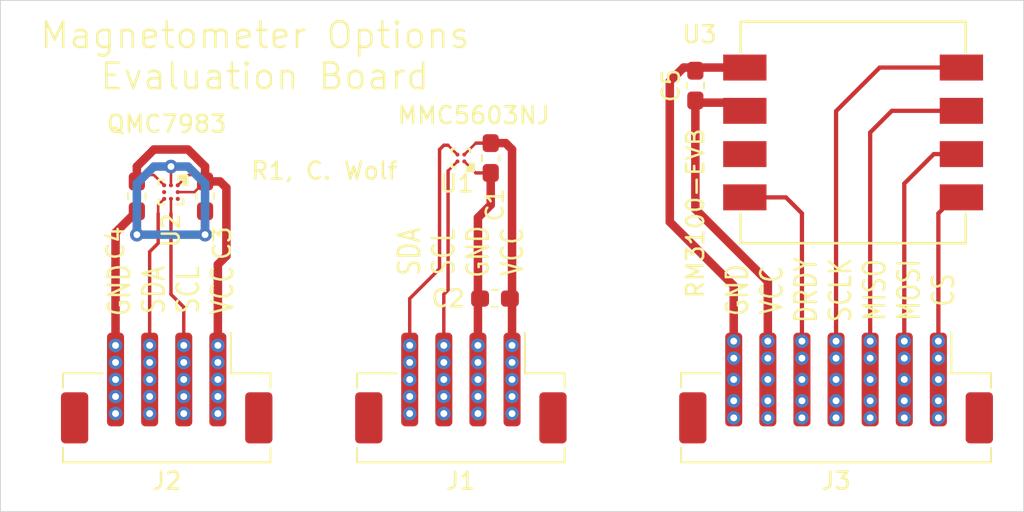
<source format=kicad_pcb>
(kicad_pcb (version 20171130) (host pcbnew "(5.1.6)-1")

  (general
    (thickness 1.6)
    (drawings 9)
    (tracks 242)
    (zones 0)
    (modules 11)
    (nets 19)
  )

  (page A4)
  (layers
    (0 F.Cu signal)
    (31 B.Cu signal)
    (32 B.Adhes user)
    (33 F.Adhes user)
    (34 B.Paste user)
    (35 F.Paste user)
    (36 B.SilkS user)
    (37 F.SilkS user)
    (38 B.Mask user)
    (39 F.Mask user)
    (40 Dwgs.User user)
    (41 Cmts.User user)
    (42 Eco1.User user)
    (43 Eco2.User user)
    (44 Edge.Cuts user)
    (45 Margin user)
    (46 B.CrtYd user)
    (47 F.CrtYd user)
    (48 B.Fab user)
    (49 F.Fab user)
  )

  (setup
    (last_trace_width 0.25)
    (user_trace_width 0.2)
    (user_trace_width 0.25)
    (user_trace_width 0.5)
    (trace_clearance 0.15)
    (zone_clearance 0.508)
    (zone_45_only no)
    (trace_min 0.15)
    (via_size 0.8)
    (via_drill 0.4)
    (via_min_size 0.4)
    (via_min_drill 0.3)
    (uvia_size 0.3)
    (uvia_drill 0.1)
    (uvias_allowed no)
    (uvia_min_size 0.2)
    (uvia_min_drill 0.1)
    (edge_width 0.05)
    (segment_width 0.2)
    (pcb_text_width 0.3)
    (pcb_text_size 1.5 1.5)
    (mod_edge_width 0.12)
    (mod_text_size 1 1)
    (mod_text_width 0.15)
    (pad_size 1.524 1.524)
    (pad_drill 0.762)
    (pad_to_mask_clearance 0.05)
    (aux_axis_origin 0 0)
    (visible_elements FFFFFF7F)
    (pcbplotparams
      (layerselection 0x010fc_ffffffff)
      (usegerberextensions false)
      (usegerberattributes true)
      (usegerberadvancedattributes true)
      (creategerberjobfile true)
      (excludeedgelayer true)
      (linewidth 0.100000)
      (plotframeref false)
      (viasonmask false)
      (mode 1)
      (useauxorigin false)
      (hpglpennumber 1)
      (hpglpenspeed 20)
      (hpglpendiameter 15.000000)
      (psnegative false)
      (psa4output false)
      (plotreference true)
      (plotvalue true)
      (plotinvisibletext false)
      (padsonsilk false)
      (subtractmaskfromsilk false)
      (outputformat 1)
      (mirror false)
      (drillshape 0)
      (scaleselection 1)
      (outputdirectory "Gerbers"))
  )

  (net 0 "")
  (net 1 "Net-(U2-PadA3)")
  (net 2 "Net-(U2-PadC2)")
  (net 3 /GND1)
  (net 4 /VCC1)
  (net 5 /GND2)
  (net 6 /VCC2)
  (net 7 "Net-(U3-Pad3)")
  (net 8 /GND3)
  (net 9 /VCC3)
  (net 10 /SDA1)
  (net 11 /SCL1)
  (net 12 /SDA2)
  (net 13 /SCL2)
  (net 14 /DRDY)
  (net 15 /SCLK)
  (net 16 /MISO)
  (net 17 /MOSI)
  (net 18 /CS)

  (net_class Default "This is the default net class."
    (clearance 0.15)
    (trace_width 0.15)
    (via_dia 0.8)
    (via_drill 0.4)
    (uvia_dia 0.3)
    (uvia_drill 0.1)
    (add_net /CS)
    (add_net /DRDY)
    (add_net /GND1)
    (add_net /GND2)
    (add_net /GND3)
    (add_net /MISO)
    (add_net /MOSI)
    (add_net /SCL1)
    (add_net /SCL2)
    (add_net /SCLK)
    (add_net /SDA1)
    (add_net /SDA2)
    (add_net /VCC1)
    (add_net /VCC2)
    (add_net /VCC3)
    (add_net "Net-(U2-PadA3)")
    (add_net "Net-(U2-PadC2)")
    (add_net "Net-(U3-Pad3)")
  )

  (module custom:RM3100-EVB (layer F.Cu) (tedit 5F55AC67) (tstamp 5F5655BD)
    (at 110 107.75)
    (path /5F56A411)
    (fp_text reference U3 (at -9 -5.75) (layer F.SilkS)
      (effects (font (size 1 1) (thickness 0.15)))
    )
    (fp_text value RM3100-EVB (at -9.25 4.75 90) (layer F.SilkS)
      (effects (font (size 1 1) (thickness 0.15)))
    )
    (fp_line (start 6.6 4.77) (end 6.6 6.5) (layer F.SilkS) (width 0.15))
    (fp_line (start -6.6 4.77) (end -6.6 6.5) (layer F.SilkS) (width 0.15))
    (fp_line (start 6.6 -4.73) (end 6.6 -6.5) (layer F.SilkS) (width 0.15))
    (fp_line (start -6.6 6.5) (end 6.6 6.5) (layer F.SilkS) (width 0.15))
    (fp_line (start 6.6 -6.5) (end -6.6 -6.5) (layer F.SilkS) (width 0.15))
    (fp_line (start -6.6 -4.73) (end -6.6 -6.5) (layer F.SilkS) (width 0.15))
    (pad 8 smd rect (at 6.35 3.81) (size 2.54 1.524) (layers F.Cu F.Paste F.Mask)
      (net 18 /CS))
    (pad 7 smd rect (at 6.35 1.27) (size 2.54 1.524) (layers F.Cu F.Paste F.Mask)
      (net 17 /MOSI))
    (pad 2 smd rect (at -6.35 -1.27) (size 2.54 1.524) (layers F.Cu F.Paste F.Mask)
      (net 9 /VCC3))
    (pad 6 smd rect (at 6.35 -1.27) (size 2.54 1.524) (layers F.Cu F.Paste F.Mask)
      (net 16 /MISO))
    (pad 1 smd rect (at -6.35 -3.81) (size 2.54 1.524) (layers F.Cu F.Paste F.Mask)
      (net 8 /GND3))
    (pad 5 smd rect (at 6.35 -3.81) (size 2.54 1.524) (layers F.Cu F.Paste F.Mask)
      (net 15 /SCLK))
    (pad 4 smd rect (at -6.35 3.81) (size 2.54 1.524) (layers F.Cu F.Paste F.Mask)
      (net 14 /DRDY))
    (pad 3 smd rect (at -6.35 1.27) (size 2.54 1.524) (layers F.Cu F.Paste F.Mask)
      (net 7 "Net-(U3-Pad3)"))
  )

  (module Connector_JST:JST_PH_B7B-PH-SM4-TB_1x07-1MP_P2.00mm_Vertical (layer F.Cu) (tedit 5B78AD87) (tstamp 5F56204B)
    (at 109 122.75 180)
    (descr "JST PH series connector, B7B-PH-SM4-TB (http://www.jst-mfg.com/product/pdf/eng/ePH.pdf), generated with kicad-footprint-generator")
    (tags "connector JST PH side entry")
    (path /5F56D11C)
    (attr smd)
    (fp_text reference J3 (at 0 -5.45) (layer F.SilkS)
      (effects (font (size 1 1) (thickness 0.15)))
    )
    (fp_text value Conn_01x04 (at 0 4.45) (layer F.Fab)
      (effects (font (size 1 1) (thickness 0.15)))
    )
    (fp_text user %R (at 0 -1) (layer F.Fab)
      (effects (font (size 1 1) (thickness 0.15)))
    )
    (fp_line (start -8.975 0.75) (end 8.975 0.75) (layer F.Fab) (width 0.1))
    (fp_line (start -9.085 0.01) (end -9.085 0.86) (layer F.SilkS) (width 0.12))
    (fp_line (start -9.085 0.86) (end -6.76 0.86) (layer F.SilkS) (width 0.12))
    (fp_line (start -6.76 0.86) (end -6.76 3.25) (layer F.SilkS) (width 0.12))
    (fp_line (start 9.085 0.01) (end 9.085 0.86) (layer F.SilkS) (width 0.12))
    (fp_line (start 9.085 0.86) (end 6.76 0.86) (layer F.SilkS) (width 0.12))
    (fp_line (start -9.085 -3.51) (end -9.085 -4.36) (layer F.SilkS) (width 0.12))
    (fp_line (start -9.085 -4.36) (end 9.085 -4.36) (layer F.SilkS) (width 0.12))
    (fp_line (start 9.085 -4.36) (end 9.085 -3.51) (layer F.SilkS) (width 0.12))
    (fp_line (start -8.975 -4.25) (end 8.975 -4.25) (layer F.Fab) (width 0.1))
    (fp_line (start -8.975 0.75) (end -8.975 -4.25) (layer F.Fab) (width 0.1))
    (fp_line (start 8.975 0.75) (end 8.975 -4.25) (layer F.Fab) (width 0.1))
    (fp_line (start -6.25 -2.75) (end -6.25 -2.25) (layer F.Fab) (width 0.1))
    (fp_line (start -6.25 -2.25) (end -5.75 -2.25) (layer F.Fab) (width 0.1))
    (fp_line (start -5.75 -2.25) (end -5.75 -2.75) (layer F.Fab) (width 0.1))
    (fp_line (start -5.75 -2.75) (end -6.25 -2.75) (layer F.Fab) (width 0.1))
    (fp_line (start -4.25 -2.75) (end -4.25 -2.25) (layer F.Fab) (width 0.1))
    (fp_line (start -4.25 -2.25) (end -3.75 -2.25) (layer F.Fab) (width 0.1))
    (fp_line (start -3.75 -2.25) (end -3.75 -2.75) (layer F.Fab) (width 0.1))
    (fp_line (start -3.75 -2.75) (end -4.25 -2.75) (layer F.Fab) (width 0.1))
    (fp_line (start -2.25 -2.75) (end -2.25 -2.25) (layer F.Fab) (width 0.1))
    (fp_line (start -2.25 -2.25) (end -1.75 -2.25) (layer F.Fab) (width 0.1))
    (fp_line (start -1.75 -2.25) (end -1.75 -2.75) (layer F.Fab) (width 0.1))
    (fp_line (start -1.75 -2.75) (end -2.25 -2.75) (layer F.Fab) (width 0.1))
    (fp_line (start -0.25 -2.75) (end -0.25 -2.25) (layer F.Fab) (width 0.1))
    (fp_line (start -0.25 -2.25) (end 0.25 -2.25) (layer F.Fab) (width 0.1))
    (fp_line (start 0.25 -2.25) (end 0.25 -2.75) (layer F.Fab) (width 0.1))
    (fp_line (start 0.25 -2.75) (end -0.25 -2.75) (layer F.Fab) (width 0.1))
    (fp_line (start 1.75 -2.75) (end 1.75 -2.25) (layer F.Fab) (width 0.1))
    (fp_line (start 1.75 -2.25) (end 2.25 -2.25) (layer F.Fab) (width 0.1))
    (fp_line (start 2.25 -2.25) (end 2.25 -2.75) (layer F.Fab) (width 0.1))
    (fp_line (start 2.25 -2.75) (end 1.75 -2.75) (layer F.Fab) (width 0.1))
    (fp_line (start 3.75 -2.75) (end 3.75 -2.25) (layer F.Fab) (width 0.1))
    (fp_line (start 3.75 -2.25) (end 4.25 -2.25) (layer F.Fab) (width 0.1))
    (fp_line (start 4.25 -2.25) (end 4.25 -2.75) (layer F.Fab) (width 0.1))
    (fp_line (start 4.25 -2.75) (end 3.75 -2.75) (layer F.Fab) (width 0.1))
    (fp_line (start 5.75 -2.75) (end 5.75 -2.25) (layer F.Fab) (width 0.1))
    (fp_line (start 5.75 -2.25) (end 6.25 -2.25) (layer F.Fab) (width 0.1))
    (fp_line (start 6.25 -2.25) (end 6.25 -2.75) (layer F.Fab) (width 0.1))
    (fp_line (start 6.25 -2.75) (end 5.75 -2.75) (layer F.Fab) (width 0.1))
    (fp_line (start -9.7 -4.75) (end -9.7 3.75) (layer F.CrtYd) (width 0.05))
    (fp_line (start -9.7 3.75) (end 9.7 3.75) (layer F.CrtYd) (width 0.05))
    (fp_line (start 9.7 3.75) (end 9.7 -4.75) (layer F.CrtYd) (width 0.05))
    (fp_line (start 9.7 -4.75) (end -9.7 -4.75) (layer F.CrtYd) (width 0.05))
    (fp_line (start -6.5 0.75) (end -6 0.042893) (layer F.Fab) (width 0.1))
    (fp_line (start -6 0.042893) (end -5.5 0.75) (layer F.Fab) (width 0.1))
    (pad MP smd roundrect (at 8.4 -1.75 180) (size 1.6 3) (layers F.Cu F.Paste F.Mask) (roundrect_rratio 0.15625))
    (pad MP smd roundrect (at -8.4 -1.75 180) (size 1.6 3) (layers F.Cu F.Paste F.Mask) (roundrect_rratio 0.15625))
    (pad 7 smd roundrect (at 6 0.5 180) (size 1 5.5) (layers F.Cu F.Paste F.Mask) (roundrect_rratio 0.25)
      (net 8 /GND3))
    (pad 6 smd roundrect (at 4 0.5 180) (size 1 5.5) (layers F.Cu F.Paste F.Mask) (roundrect_rratio 0.25)
      (net 9 /VCC3))
    (pad 5 smd roundrect (at 2 0.5 180) (size 1 5.5) (layers F.Cu F.Paste F.Mask) (roundrect_rratio 0.25)
      (net 14 /DRDY))
    (pad 4 smd roundrect (at 0 0.5 180) (size 1 5.5) (layers F.Cu F.Paste F.Mask) (roundrect_rratio 0.25)
      (net 15 /SCLK))
    (pad 3 smd roundrect (at -2 0.5 180) (size 1 5.5) (layers F.Cu F.Paste F.Mask) (roundrect_rratio 0.25)
      (net 16 /MISO))
    (pad 2 smd roundrect (at -4 0.5 180) (size 1 5.5) (layers F.Cu F.Paste F.Mask) (roundrect_rratio 0.25)
      (net 17 /MOSI))
    (pad 1 smd roundrect (at -6 0.5 180) (size 1 5.5) (layers F.Cu F.Paste F.Mask) (roundrect_rratio 0.25)
      (net 18 /CS))
    (model ${KISYS3DMOD}/Connector_JST.3dshapes/JST_PH_B7B-PH-SM4-TB_1x07-1MP_P2.00mm_Vertical.wrl
      (at (xyz 0 0 0))
      (scale (xyz 1 1 1))
      (rotate (xyz 0 0 0))
    )
  )

  (module Capacitor_SMD:C_0603_1608Metric_Pad1.05x0.95mm_HandSolder (layer F.Cu) (tedit 5B301BBE) (tstamp 5F5632E6)
    (at 100.75 105 90)
    (descr "Capacitor SMD 0603 (1608 Metric), square (rectangular) end terminal, IPC_7351 nominal with elongated pad for handsoldering. (Body size source: http://www.tortai-tech.com/upload/download/2011102023233369053.pdf), generated with kicad-footprint-generator")
    (tags "capacitor handsolder")
    (path /5F56AE45)
    (attr smd)
    (fp_text reference C5 (at 0 -1.43 90) (layer F.SilkS)
      (effects (font (size 1 1) (thickness 0.15)))
    )
    (fp_text value "10 uF" (at 0 1.43 90) (layer F.Fab)
      (effects (font (size 1 1) (thickness 0.15)))
    )
    (fp_text user %R (at 0 0 90) (layer F.Fab)
      (effects (font (size 0.4 0.4) (thickness 0.06)))
    )
    (fp_line (start -0.8 0.4) (end -0.8 -0.4) (layer F.Fab) (width 0.1))
    (fp_line (start -0.8 -0.4) (end 0.8 -0.4) (layer F.Fab) (width 0.1))
    (fp_line (start 0.8 -0.4) (end 0.8 0.4) (layer F.Fab) (width 0.1))
    (fp_line (start 0.8 0.4) (end -0.8 0.4) (layer F.Fab) (width 0.1))
    (fp_line (start -0.171267 -0.51) (end 0.171267 -0.51) (layer F.SilkS) (width 0.12))
    (fp_line (start -0.171267 0.51) (end 0.171267 0.51) (layer F.SilkS) (width 0.12))
    (fp_line (start -1.65 0.73) (end -1.65 -0.73) (layer F.CrtYd) (width 0.05))
    (fp_line (start -1.65 -0.73) (end 1.65 -0.73) (layer F.CrtYd) (width 0.05))
    (fp_line (start 1.65 -0.73) (end 1.65 0.73) (layer F.CrtYd) (width 0.05))
    (fp_line (start 1.65 0.73) (end -1.65 0.73) (layer F.CrtYd) (width 0.05))
    (pad 2 smd roundrect (at 0.875 0 90) (size 1.05 0.95) (layers F.Cu F.Paste F.Mask) (roundrect_rratio 0.25)
      (net 8 /GND3))
    (pad 1 smd roundrect (at -0.875 0 90) (size 1.05 0.95) (layers F.Cu F.Paste F.Mask) (roundrect_rratio 0.25)
      (net 9 /VCC3))
    (model ${KISYS3DMOD}/Capacitor_SMD.3dshapes/C_0603_1608Metric.wrl
      (at (xyz 0 0 0))
      (scale (xyz 1 1 1))
      (rotate (xyz 0 0 0))
    )
  )

  (module Connector_JST:JST_PH_B4B-PH-SM4-TB_1x04-1MP_P2.00mm_Vertical (layer F.Cu) (tedit 5B78AD87) (tstamp 5F561498)
    (at 69.75 122.75 180)
    (descr "JST PH series connector, B4B-PH-SM4-TB (http://www.jst-mfg.com/product/pdf/eng/ePH.pdf), generated with kicad-footprint-generator")
    (tags "connector JST PH side entry")
    (path /5F564576)
    (attr smd)
    (fp_text reference J2 (at 0 -5.45) (layer F.SilkS)
      (effects (font (size 1 1) (thickness 0.15)))
    )
    (fp_text value Conn_01x04 (at 0 4.45) (layer F.Fab)
      (effects (font (size 1 1) (thickness 0.15)))
    )
    (fp_text user %R (at 0 -1) (layer F.Fab)
      (effects (font (size 1 1) (thickness 0.15)))
    )
    (fp_line (start -5.975 0.75) (end 5.975 0.75) (layer F.Fab) (width 0.1))
    (fp_line (start -6.085 0.01) (end -6.085 0.86) (layer F.SilkS) (width 0.12))
    (fp_line (start -6.085 0.86) (end -3.76 0.86) (layer F.SilkS) (width 0.12))
    (fp_line (start -3.76 0.86) (end -3.76 3.25) (layer F.SilkS) (width 0.12))
    (fp_line (start 6.085 0.01) (end 6.085 0.86) (layer F.SilkS) (width 0.12))
    (fp_line (start 6.085 0.86) (end 3.76 0.86) (layer F.SilkS) (width 0.12))
    (fp_line (start -6.085 -3.51) (end -6.085 -4.36) (layer F.SilkS) (width 0.12))
    (fp_line (start -6.085 -4.36) (end 6.085 -4.36) (layer F.SilkS) (width 0.12))
    (fp_line (start 6.085 -4.36) (end 6.085 -3.51) (layer F.SilkS) (width 0.12))
    (fp_line (start -5.975 -4.25) (end 5.975 -4.25) (layer F.Fab) (width 0.1))
    (fp_line (start -5.975 0.75) (end -5.975 -4.25) (layer F.Fab) (width 0.1))
    (fp_line (start 5.975 0.75) (end 5.975 -4.25) (layer F.Fab) (width 0.1))
    (fp_line (start -3.25 -2.75) (end -3.25 -2.25) (layer F.Fab) (width 0.1))
    (fp_line (start -3.25 -2.25) (end -2.75 -2.25) (layer F.Fab) (width 0.1))
    (fp_line (start -2.75 -2.25) (end -2.75 -2.75) (layer F.Fab) (width 0.1))
    (fp_line (start -2.75 -2.75) (end -3.25 -2.75) (layer F.Fab) (width 0.1))
    (fp_line (start -1.25 -2.75) (end -1.25 -2.25) (layer F.Fab) (width 0.1))
    (fp_line (start -1.25 -2.25) (end -0.75 -2.25) (layer F.Fab) (width 0.1))
    (fp_line (start -0.75 -2.25) (end -0.75 -2.75) (layer F.Fab) (width 0.1))
    (fp_line (start -0.75 -2.75) (end -1.25 -2.75) (layer F.Fab) (width 0.1))
    (fp_line (start 0.75 -2.75) (end 0.75 -2.25) (layer F.Fab) (width 0.1))
    (fp_line (start 0.75 -2.25) (end 1.25 -2.25) (layer F.Fab) (width 0.1))
    (fp_line (start 1.25 -2.25) (end 1.25 -2.75) (layer F.Fab) (width 0.1))
    (fp_line (start 1.25 -2.75) (end 0.75 -2.75) (layer F.Fab) (width 0.1))
    (fp_line (start 2.75 -2.75) (end 2.75 -2.25) (layer F.Fab) (width 0.1))
    (fp_line (start 2.75 -2.25) (end 3.25 -2.25) (layer F.Fab) (width 0.1))
    (fp_line (start 3.25 -2.25) (end 3.25 -2.75) (layer F.Fab) (width 0.1))
    (fp_line (start 3.25 -2.75) (end 2.75 -2.75) (layer F.Fab) (width 0.1))
    (fp_line (start -6.7 -4.75) (end -6.7 3.75) (layer F.CrtYd) (width 0.05))
    (fp_line (start -6.7 3.75) (end 6.7 3.75) (layer F.CrtYd) (width 0.05))
    (fp_line (start 6.7 3.75) (end 6.7 -4.75) (layer F.CrtYd) (width 0.05))
    (fp_line (start 6.7 -4.75) (end -6.7 -4.75) (layer F.CrtYd) (width 0.05))
    (fp_line (start -3.5 0.75) (end -3 0.042893) (layer F.Fab) (width 0.1))
    (fp_line (start -3 0.042893) (end -2.5 0.75) (layer F.Fab) (width 0.1))
    (pad MP smd roundrect (at 5.4 -1.75 180) (size 1.6 3) (layers F.Cu F.Paste F.Mask) (roundrect_rratio 0.15625))
    (pad MP smd roundrect (at -5.4 -1.75 180) (size 1.6 3) (layers F.Cu F.Paste F.Mask) (roundrect_rratio 0.15625))
    (pad 4 smd roundrect (at 3 0.5 180) (size 1 5.5) (layers F.Cu F.Paste F.Mask) (roundrect_rratio 0.25)
      (net 5 /GND2))
    (pad 3 smd roundrect (at 1 0.5 180) (size 1 5.5) (layers F.Cu F.Paste F.Mask) (roundrect_rratio 0.25)
      (net 12 /SDA2))
    (pad 2 smd roundrect (at -1 0.5 180) (size 1 5.5) (layers F.Cu F.Paste F.Mask) (roundrect_rratio 0.25)
      (net 13 /SCL2))
    (pad 1 smd roundrect (at -3 0.5 180) (size 1 5.5) (layers F.Cu F.Paste F.Mask) (roundrect_rratio 0.25)
      (net 6 /VCC2))
    (model ${KISYS3DMOD}/Connector_JST.3dshapes/JST_PH_B4B-PH-SM4-TB_1x04-1MP_P2.00mm_Vertical.wrl
      (at (xyz 0 0 0))
      (scale (xyz 1 1 1))
      (rotate (xyz 0 0 0))
    )
  )

  (module Connector_JST:JST_PH_B4B-PH-SM4-TB_1x04-1MP_P2.00mm_Vertical (layer F.Cu) (tedit 5B78AD87) (tstamp 5F56146B)
    (at 87 122.75 180)
    (descr "JST PH series connector, B4B-PH-SM4-TB (http://www.jst-mfg.com/product/pdf/eng/ePH.pdf), generated with kicad-footprint-generator")
    (tags "connector JST PH side entry")
    (path /5F55EE79)
    (attr smd)
    (fp_text reference J1 (at 0 -5.45) (layer F.SilkS)
      (effects (font (size 1 1) (thickness 0.15)))
    )
    (fp_text value Conn_01x04 (at 0 4.45) (layer F.Fab)
      (effects (font (size 1 1) (thickness 0.15)))
    )
    (fp_text user %R (at 0 -1) (layer F.Fab)
      (effects (font (size 1 1) (thickness 0.15)))
    )
    (fp_line (start -5.975 0.75) (end 5.975 0.75) (layer F.Fab) (width 0.1))
    (fp_line (start -6.085 0.01) (end -6.085 0.86) (layer F.SilkS) (width 0.12))
    (fp_line (start -6.085 0.86) (end -3.76 0.86) (layer F.SilkS) (width 0.12))
    (fp_line (start -3.76 0.86) (end -3.76 3.25) (layer F.SilkS) (width 0.12))
    (fp_line (start 6.085 0.01) (end 6.085 0.86) (layer F.SilkS) (width 0.12))
    (fp_line (start 6.085 0.86) (end 3.76 0.86) (layer F.SilkS) (width 0.12))
    (fp_line (start -6.085 -3.51) (end -6.085 -4.36) (layer F.SilkS) (width 0.12))
    (fp_line (start -6.085 -4.36) (end 6.085 -4.36) (layer F.SilkS) (width 0.12))
    (fp_line (start 6.085 -4.36) (end 6.085 -3.51) (layer F.SilkS) (width 0.12))
    (fp_line (start -5.975 -4.25) (end 5.975 -4.25) (layer F.Fab) (width 0.1))
    (fp_line (start -5.975 0.75) (end -5.975 -4.25) (layer F.Fab) (width 0.1))
    (fp_line (start 5.975 0.75) (end 5.975 -4.25) (layer F.Fab) (width 0.1))
    (fp_line (start -3.25 -2.75) (end -3.25 -2.25) (layer F.Fab) (width 0.1))
    (fp_line (start -3.25 -2.25) (end -2.75 -2.25) (layer F.Fab) (width 0.1))
    (fp_line (start -2.75 -2.25) (end -2.75 -2.75) (layer F.Fab) (width 0.1))
    (fp_line (start -2.75 -2.75) (end -3.25 -2.75) (layer F.Fab) (width 0.1))
    (fp_line (start -1.25 -2.75) (end -1.25 -2.25) (layer F.Fab) (width 0.1))
    (fp_line (start -1.25 -2.25) (end -0.75 -2.25) (layer F.Fab) (width 0.1))
    (fp_line (start -0.75 -2.25) (end -0.75 -2.75) (layer F.Fab) (width 0.1))
    (fp_line (start -0.75 -2.75) (end -1.25 -2.75) (layer F.Fab) (width 0.1))
    (fp_line (start 0.75 -2.75) (end 0.75 -2.25) (layer F.Fab) (width 0.1))
    (fp_line (start 0.75 -2.25) (end 1.25 -2.25) (layer F.Fab) (width 0.1))
    (fp_line (start 1.25 -2.25) (end 1.25 -2.75) (layer F.Fab) (width 0.1))
    (fp_line (start 1.25 -2.75) (end 0.75 -2.75) (layer F.Fab) (width 0.1))
    (fp_line (start 2.75 -2.75) (end 2.75 -2.25) (layer F.Fab) (width 0.1))
    (fp_line (start 2.75 -2.25) (end 3.25 -2.25) (layer F.Fab) (width 0.1))
    (fp_line (start 3.25 -2.25) (end 3.25 -2.75) (layer F.Fab) (width 0.1))
    (fp_line (start 3.25 -2.75) (end 2.75 -2.75) (layer F.Fab) (width 0.1))
    (fp_line (start -6.7 -4.75) (end -6.7 3.75) (layer F.CrtYd) (width 0.05))
    (fp_line (start -6.7 3.75) (end 6.7 3.75) (layer F.CrtYd) (width 0.05))
    (fp_line (start 6.7 3.75) (end 6.7 -4.75) (layer F.CrtYd) (width 0.05))
    (fp_line (start 6.7 -4.75) (end -6.7 -4.75) (layer F.CrtYd) (width 0.05))
    (fp_line (start -3.5 0.75) (end -3 0.042893) (layer F.Fab) (width 0.1))
    (fp_line (start -3 0.042893) (end -2.5 0.75) (layer F.Fab) (width 0.1))
    (pad MP smd roundrect (at 5.4 -1.75 180) (size 1.6 3) (layers F.Cu F.Paste F.Mask) (roundrect_rratio 0.15625))
    (pad MP smd roundrect (at -5.4 -1.75 180) (size 1.6 3) (layers F.Cu F.Paste F.Mask) (roundrect_rratio 0.15625))
    (pad 4 smd roundrect (at 3 0.5 180) (size 1 5.5) (layers F.Cu F.Paste F.Mask) (roundrect_rratio 0.25)
      (net 10 /SDA1))
    (pad 3 smd roundrect (at 1 0.5 180) (size 1 5.5) (layers F.Cu F.Paste F.Mask) (roundrect_rratio 0.25)
      (net 11 /SCL1))
    (pad 2 smd roundrect (at -1 0.5 180) (size 1 5.5) (layers F.Cu F.Paste F.Mask) (roundrect_rratio 0.25)
      (net 3 /GND1))
    (pad 1 smd roundrect (at -3 0.5 180) (size 1 5.5) (layers F.Cu F.Paste F.Mask) (roundrect_rratio 0.25)
      (net 4 /VCC1))
    (model ${KISYS3DMOD}/Connector_JST.3dshapes/JST_PH_B4B-PH-SM4-TB_1x04-1MP_P2.00mm_Vertical.wrl
      (at (xyz 0 0 0))
      (scale (xyz 1 1 1))
      (rotate (xyz 0 0 0))
    )
  )

  (module custom:WLCSP-8_3x3_1.2x1.2mm (layer F.Cu) (tedit 5F55A538) (tstamp 5F55C4F6)
    (at 70 111.25 270)
    (path /5F561CC9)
    (attr smd)
    (fp_text reference U2 (at 2.25 0 90) (layer F.SilkS)
      (effects (font (size 1 1) (thickness 0.15)))
    )
    (fp_text value QMC7983 (at -4 0.25 180) (layer F.SilkS)
      (effects (font (size 1 1) (thickness 0.15)))
    )
    (fp_line (start -0.6 0.6) (end 0.6 0.6) (layer F.Fab) (width 0.1))
    (fp_line (start 0.6 0.6) (end 0.6 -0.6) (layer F.Fab) (width 0.1))
    (fp_line (start 0.42 -0.72) (end 0.72 -0.72) (layer F.SilkS) (width 0.12))
    (fp_line (start 0.72 -0.72) (end 0.72 -0.42) (layer F.SilkS) (width 0.12))
    (fp_line (start 0.42 -0.72) (end 0.72 -0.72) (layer F.SilkS) (width 0.12))
    (fp_line (start 0.72 -0.72) (end 0.72 -0.42) (layer F.SilkS) (width 0.12))
    (fp_line (start 0.42 0.72) (end 0.72 0.72) (layer F.SilkS) (width 0.12))
    (fp_line (start 0.72 0.72) (end 0.72 0.42) (layer F.SilkS) (width 0.12))
    (fp_line (start 0.42 -0.72) (end 0.72 -0.72) (layer F.SilkS) (width 0.12))
    (fp_line (start 0.72 -0.72) (end 0.72 -0.42) (layer F.SilkS) (width 0.12))
    (fp_line (start -0.42 0.72) (end -0.72 0.72) (layer F.SilkS) (width 0.12))
    (fp_line (start -0.72 0.72) (end -0.72 0.42) (layer F.SilkS) (width 0.12))
    (fp_line (start -0.85 -0.85) (end 0.85 -0.85) (layer F.CrtYd) (width 0.05))
    (fp_line (start 0.85 -0.85) (end 0.85 0.85) (layer F.CrtYd) (width 0.05))
    (fp_line (start 0.85 0.85) (end -0.85 0.85) (layer F.CrtYd) (width 0.05))
    (fp_line (start -0.85 0.85) (end -0.85 -0.85) (layer F.CrtYd) (width 0.05))
    (fp_line (start -0.72 -0.72) (end -0.42 -0.72) (layer F.SilkS) (width 0.12))
    (fp_line (start -0.72 -0.42) (end -0.72 -0.72) (layer F.SilkS) (width 0.12))
    (fp_line (start -0.75 -0.45) (end -0.95 -0.45) (layer F.SilkS) (width 0.15))
    (fp_line (start -0.95 -0.45) (end -0.95 -0.95) (layer F.SilkS) (width 0.15))
    (fp_line (start -0.95 -0.95) (end -0.45 -0.95) (layer F.SilkS) (width 0.15))
    (fp_line (start -0.45 -0.95) (end -0.45 -0.75) (layer F.SilkS) (width 0.15))
    (fp_line (start -0.45 -0.85) (end -0.85 -0.85) (layer F.SilkS) (width 0.15))
    (fp_line (start -0.85 -0.85) (end -0.85 -0.5) (layer F.SilkS) (width 0.15))
    (fp_line (start -0.8 -0.45) (end -0.8 -0.8) (layer F.SilkS) (width 0.15))
    (fp_line (start -0.8 -0.8) (end -0.5 -0.8) (layer F.SilkS) (width 0.15))
    (fp_line (start -0.6 -0.6) (end -0.6 0.6) (layer F.Fab) (width 0.1))
    (fp_line (start 0.6 -0.6) (end -0.6 -0.6) (layer F.Fab) (width 0.1))
    (pad C3 smd circle (at 0.4 0.4 270) (size 0.24 0.24) (layers F.Cu F.Paste F.Mask)
      (net 12 /SDA2))
    (pad B3 smd circle (at 0.4 0 270) (size 0.24 0.24) (layers F.Cu F.Paste F.Mask)
      (net 13 /SCL2))
    (pad A3 smd circle (at 0.4 -0.4 270) (size 0.24 0.24) (layers F.Cu F.Paste F.Mask)
      (net 1 "Net-(U2-PadA3)"))
    (pad C2 smd circle (at 0 0.4 270) (size 0.24 0.24) (layers F.Cu F.Paste F.Mask)
      (net 2 "Net-(U2-PadC2)"))
    (pad A2 smd circle (at 0 -0.4 270) (size 0.24 0.24) (layers F.Cu F.Paste F.Mask)
      (net 6 /VCC2))
    (pad C1 smd circle (at -0.4 0.4 270) (size 0.24 0.24) (layers F.Cu F.Paste F.Mask)
      (net 6 /VCC2))
    (pad B1 smd circle (at -0.4 0 270) (size 0.24 0.24) (layers F.Cu F.Paste F.Mask)
      (net 5 /GND2))
    (pad A1 smd circle (at -0.4 -0.4 270) (size 0.24 0.24) (layers F.Cu F.Paste F.Mask)
      (net 6 /VCC2))
  )

  (module Capacitor_SMD:C_0603_1608Metric_Pad1.05x0.95mm_HandSolder (layer F.Cu) (tedit 5B301BBE) (tstamp 5F55C329)
    (at 68 111.5 270)
    (descr "Capacitor SMD 0603 (1608 Metric), square (rectangular) end terminal, IPC_7351 nominal with elongated pad for handsoldering. (Body size source: http://www.tortai-tech.com/upload/download/2011102023233369053.pdf), generated with kicad-footprint-generator")
    (tags "capacitor handsolder")
    (path /5F562683)
    (attr smd)
    (fp_text reference C4 (at 2.75 1.25 90) (layer F.SilkS)
      (effects (font (size 1 1) (thickness 0.15)))
    )
    (fp_text value "10 uF" (at 0 1.43 90) (layer F.Fab)
      (effects (font (size 1 1) (thickness 0.15)))
    )
    (fp_text user %R (at 0 0 90) (layer F.Fab)
      (effects (font (size 0.4 0.4) (thickness 0.06)))
    )
    (fp_line (start -0.8 0.4) (end -0.8 -0.4) (layer F.Fab) (width 0.1))
    (fp_line (start -0.8 -0.4) (end 0.8 -0.4) (layer F.Fab) (width 0.1))
    (fp_line (start 0.8 -0.4) (end 0.8 0.4) (layer F.Fab) (width 0.1))
    (fp_line (start 0.8 0.4) (end -0.8 0.4) (layer F.Fab) (width 0.1))
    (fp_line (start -0.171267 -0.51) (end 0.171267 -0.51) (layer F.SilkS) (width 0.12))
    (fp_line (start -0.171267 0.51) (end 0.171267 0.51) (layer F.SilkS) (width 0.12))
    (fp_line (start -1.65 0.73) (end -1.65 -0.73) (layer F.CrtYd) (width 0.05))
    (fp_line (start -1.65 -0.73) (end 1.65 -0.73) (layer F.CrtYd) (width 0.05))
    (fp_line (start 1.65 -0.73) (end 1.65 0.73) (layer F.CrtYd) (width 0.05))
    (fp_line (start 1.65 0.73) (end -1.65 0.73) (layer F.CrtYd) (width 0.05))
    (pad 2 smd roundrect (at 0.875 0 270) (size 1.05 0.95) (layers F.Cu F.Paste F.Mask) (roundrect_rratio 0.25)
      (net 5 /GND2))
    (pad 1 smd roundrect (at -0.875 0 270) (size 1.05 0.95) (layers F.Cu F.Paste F.Mask) (roundrect_rratio 0.25)
      (net 6 /VCC2))
    (model ${KISYS3DMOD}/Capacitor_SMD.3dshapes/C_0603_1608Metric.wrl
      (at (xyz 0 0 0))
      (scale (xyz 1 1 1))
      (rotate (xyz 0 0 0))
    )
  )

  (module Capacitor_SMD:C_0603_1608Metric_Pad1.05x0.95mm_HandSolder (layer F.Cu) (tedit 5B301BBE) (tstamp 5F5621FD)
    (at 72 111.5 270)
    (descr "Capacitor SMD 0603 (1608 Metric), square (rectangular) end terminal, IPC_7351 nominal with elongated pad for handsoldering. (Body size source: http://www.tortai-tech.com/upload/download/2011102023233369053.pdf), generated with kicad-footprint-generator")
    (tags "capacitor handsolder")
    (path /5F5622A6)
    (attr smd)
    (fp_text reference C3 (at 2.75 -1 90) (layer F.SilkS)
      (effects (font (size 1 1) (thickness 0.15)))
    )
    (fp_text value "0.1 uF" (at 0 1.43 90) (layer F.Fab)
      (effects (font (size 1 1) (thickness 0.15)))
    )
    (fp_text user %R (at 0 0 90) (layer F.Fab)
      (effects (font (size 0.4 0.4) (thickness 0.06)))
    )
    (fp_line (start -0.8 0.4) (end -0.8 -0.4) (layer F.Fab) (width 0.1))
    (fp_line (start -0.8 -0.4) (end 0.8 -0.4) (layer F.Fab) (width 0.1))
    (fp_line (start 0.8 -0.4) (end 0.8 0.4) (layer F.Fab) (width 0.1))
    (fp_line (start 0.8 0.4) (end -0.8 0.4) (layer F.Fab) (width 0.1))
    (fp_line (start -0.171267 -0.51) (end 0.171267 -0.51) (layer F.SilkS) (width 0.12))
    (fp_line (start -0.171267 0.51) (end 0.171267 0.51) (layer F.SilkS) (width 0.12))
    (fp_line (start -1.65 0.73) (end -1.65 -0.73) (layer F.CrtYd) (width 0.05))
    (fp_line (start -1.65 -0.73) (end 1.65 -0.73) (layer F.CrtYd) (width 0.05))
    (fp_line (start 1.65 -0.73) (end 1.65 0.73) (layer F.CrtYd) (width 0.05))
    (fp_line (start 1.65 0.73) (end -1.65 0.73) (layer F.CrtYd) (width 0.05))
    (pad 2 smd roundrect (at 0.875 0 270) (size 1.05 0.95) (layers F.Cu F.Paste F.Mask) (roundrect_rratio 0.25)
      (net 5 /GND2))
    (pad 1 smd roundrect (at -0.875 0 270) (size 1.05 0.95) (layers F.Cu F.Paste F.Mask) (roundrect_rratio 0.25)
      (net 6 /VCC2))
    (model ${KISYS3DMOD}/Capacitor_SMD.3dshapes/C_0603_1608Metric.wrl
      (at (xyz 0 0 0))
      (scale (xyz 1 1 1))
      (rotate (xyz 0 0 0))
    )
  )

  (module custom:WLP-4-0.4mm_pitch-0.82mm_sq (layer F.Cu) (tedit 5F55A309) (tstamp 5F565415)
    (at 87 109.25 180)
    (path /5F55ADE8)
    (attr smd)
    (fp_text reference U1 (at 0.25 -1.5) (layer F.SilkS)
      (effects (font (size 1 1) (thickness 0.15)))
    )
    (fp_text value MMC5603NJ (at -0.75 2.5) (layer F.SilkS)
      (effects (font (size 1 1) (thickness 0.15)))
    )
    (fp_line (start -0.65 0.65) (end -0.65 -0.65) (layer F.CrtYd) (width 0.05))
    (fp_line (start 0.65 0.65) (end -0.65 0.65) (layer F.CrtYd) (width 0.05))
    (fp_line (start 0.65 -0.65) (end 0.65 0.65) (layer F.CrtYd) (width 0.05))
    (fp_line (start -0.65 -0.65) (end 0.65 -0.65) (layer F.CrtYd) (width 0.05))
    (fp_line (start -0.53 0.53) (end -0.53 0.325) (layer F.SilkS) (width 0.12))
    (fp_line (start -0.325 0.53) (end -0.53 0.53) (layer F.SilkS) (width 0.12))
    (fp_line (start 0.53 -0.53) (end 0.53 -0.325) (layer F.SilkS) (width 0.12))
    (fp_line (start 0.325 -0.53) (end 0.53 -0.53) (layer F.SilkS) (width 0.12))
    (fp_line (start 0.53 0.53) (end 0.53 0.325) (layer F.SilkS) (width 0.12))
    (fp_line (start 0.325 0.53) (end 0.53 0.53) (layer F.SilkS) (width 0.12))
    (fp_line (start 0.53 -0.53) (end 0.53 -0.325) (layer F.SilkS) (width 0.12))
    (fp_line (start 0.325 -0.53) (end 0.53 -0.53) (layer F.SilkS) (width 0.12))
    (fp_line (start 0.53 -0.53) (end 0.53 -0.325) (layer F.SilkS) (width 0.12))
    (fp_line (start 0.325 -0.53) (end 0.53 -0.53) (layer F.SilkS) (width 0.12))
    (fp_line (start 0.41 -0.41) (end -0.41 -0.41) (layer F.Fab) (width 0.1))
    (fp_line (start 0.41 0.41) (end 0.41 -0.41) (layer F.Fab) (width 0.1))
    (fp_line (start -0.41 0.41) (end 0.41 0.41) (layer F.Fab) (width 0.1))
    (fp_line (start -0.41 -0.41) (end -0.41 0.41) (layer F.Fab) (width 0.1))
    (fp_line (start -0.53 -0.53) (end -0.325 -0.53) (layer F.SilkS) (width 0.12))
    (fp_line (start -0.53 -0.325) (end -0.53 -0.53) (layer F.SilkS) (width 0.12))
    (fp_line (start -0.55 -0.35) (end -0.65 -0.35) (layer F.SilkS) (width 0.15))
    (fp_line (start -0.65 -0.35) (end -0.65 -0.65) (layer F.SilkS) (width 0.15))
    (fp_line (start -0.65 -0.65) (end -0.35 -0.65) (layer F.SilkS) (width 0.15))
    (fp_line (start -0.35 -0.65) (end -0.35 -0.55) (layer F.SilkS) (width 0.15))
    (fp_line (start -0.35 -0.55) (end -0.6 -0.6) (layer F.SilkS) (width 0.15))
    (fp_line (start -0.65 -0.35) (end -0.75 -0.35) (layer F.SilkS) (width 0.15))
    (fp_line (start -0.75 -0.35) (end -0.75 -0.75) (layer F.SilkS) (width 0.15))
    (fp_line (start -0.75 -0.75) (end -0.35 -0.75) (layer F.SilkS) (width 0.15))
    (fp_line (start -0.35 -0.75) (end -0.35 -0.6) (layer F.SilkS) (width 0.15))
    (fp_line (start -0.35 -0.6) (end -0.6 -0.55) (layer F.SilkS) (width 0.15))
    (pad B2 smd circle (at 0.2 0.2 180) (size 0.23 0.23) (layers F.Cu F.Paste F.Mask)
      (net 10 /SDA1))
    (pad A2 smd circle (at 0.2 -0.2 180) (size 0.23 0.23) (layers F.Cu F.Paste F.Mask)
      (net 11 /SCL1))
    (pad B1 smd circle (at -0.2 0.2 180) (size 0.23 0.23) (layers F.Cu F.Paste F.Mask)
      (net 4 /VCC1))
    (pad A1 smd circle (at -0.2 -0.2 180) (size 0.23 0.23) (layers F.Cu F.Paste F.Mask)
      (net 3 /GND1))
  )

  (module Capacitor_SMD:C_0603_1608Metric_Pad1.05x0.95mm_HandSolder (layer F.Cu) (tedit 5B301BBE) (tstamp 5F55BB90)
    (at 89 117.5 180)
    (descr "Capacitor SMD 0603 (1608 Metric), square (rectangular) end terminal, IPC_7351 nominal with elongated pad for handsoldering. (Body size source: http://www.tortai-tech.com/upload/download/2011102023233369053.pdf), generated with kicad-footprint-generator")
    (tags "capacitor handsolder")
    (path /5F55CA36)
    (attr smd)
    (fp_text reference C2 (at 2.75 0) (layer F.SilkS)
      (effects (font (size 1 1) (thickness 0.15)))
    )
    (fp_text value "10 uF" (at 0 1.43) (layer F.Fab)
      (effects (font (size 1 1) (thickness 0.15)))
    )
    (fp_text user %R (at 0 0) (layer F.Fab)
      (effects (font (size 0.4 0.4) (thickness 0.06)))
    )
    (fp_line (start -0.8 0.4) (end -0.8 -0.4) (layer F.Fab) (width 0.1))
    (fp_line (start -0.8 -0.4) (end 0.8 -0.4) (layer F.Fab) (width 0.1))
    (fp_line (start 0.8 -0.4) (end 0.8 0.4) (layer F.Fab) (width 0.1))
    (fp_line (start 0.8 0.4) (end -0.8 0.4) (layer F.Fab) (width 0.1))
    (fp_line (start -0.171267 -0.51) (end 0.171267 -0.51) (layer F.SilkS) (width 0.12))
    (fp_line (start -0.171267 0.51) (end 0.171267 0.51) (layer F.SilkS) (width 0.12))
    (fp_line (start -1.65 0.73) (end -1.65 -0.73) (layer F.CrtYd) (width 0.05))
    (fp_line (start -1.65 -0.73) (end 1.65 -0.73) (layer F.CrtYd) (width 0.05))
    (fp_line (start 1.65 -0.73) (end 1.65 0.73) (layer F.CrtYd) (width 0.05))
    (fp_line (start 1.65 0.73) (end -1.65 0.73) (layer F.CrtYd) (width 0.05))
    (pad 2 smd roundrect (at 0.875 0 180) (size 1.05 0.95) (layers F.Cu F.Paste F.Mask) (roundrect_rratio 0.25)
      (net 3 /GND1))
    (pad 1 smd roundrect (at -0.875 0 180) (size 1.05 0.95) (layers F.Cu F.Paste F.Mask) (roundrect_rratio 0.25)
      (net 4 /VCC1))
    (model ${KISYS3DMOD}/Capacitor_SMD.3dshapes/C_0603_1608Metric.wrl
      (at (xyz 0 0 0))
      (scale (xyz 1 1 1))
      (rotate (xyz 0 0 0))
    )
  )

  (module Capacitor_SMD:C_0603_1608Metric_Pad1.05x0.95mm_HandSolder (layer F.Cu) (tedit 5B301BBE) (tstamp 5F55BB7F)
    (at 88.75 109.25 270)
    (descr "Capacitor SMD 0603 (1608 Metric), square (rectangular) end terminal, IPC_7351 nominal with elongated pad for handsoldering. (Body size source: http://www.tortai-tech.com/upload/download/2011102023233369053.pdf), generated with kicad-footprint-generator")
    (tags "capacitor handsolder")
    (path /5F55BD73)
    (attr smd)
    (fp_text reference C1 (at 2.75 -0.25 90) (layer F.SilkS)
      (effects (font (size 1 1) (thickness 0.15)))
    )
    (fp_text value "0.1 uF" (at 0 1.43 90) (layer F.Fab)
      (effects (font (size 1 1) (thickness 0.15)))
    )
    (fp_text user %R (at 0 0 90) (layer F.Fab)
      (effects (font (size 0.4 0.4) (thickness 0.06)))
    )
    (fp_line (start -0.8 0.4) (end -0.8 -0.4) (layer F.Fab) (width 0.1))
    (fp_line (start -0.8 -0.4) (end 0.8 -0.4) (layer F.Fab) (width 0.1))
    (fp_line (start 0.8 -0.4) (end 0.8 0.4) (layer F.Fab) (width 0.1))
    (fp_line (start 0.8 0.4) (end -0.8 0.4) (layer F.Fab) (width 0.1))
    (fp_line (start -0.171267 -0.51) (end 0.171267 -0.51) (layer F.SilkS) (width 0.12))
    (fp_line (start -0.171267 0.51) (end 0.171267 0.51) (layer F.SilkS) (width 0.12))
    (fp_line (start -1.65 0.73) (end -1.65 -0.73) (layer F.CrtYd) (width 0.05))
    (fp_line (start -1.65 -0.73) (end 1.65 -0.73) (layer F.CrtYd) (width 0.05))
    (fp_line (start 1.65 -0.73) (end 1.65 0.73) (layer F.CrtYd) (width 0.05))
    (fp_line (start 1.65 0.73) (end -1.65 0.73) (layer F.CrtYd) (width 0.05))
    (pad 2 smd roundrect (at 0.875 0 270) (size 1.05 0.95) (layers F.Cu F.Paste F.Mask) (roundrect_rratio 0.25)
      (net 3 /GND1))
    (pad 1 smd roundrect (at -0.875 0 270) (size 1.05 0.95) (layers F.Cu F.Paste F.Mask) (roundrect_rratio 0.25)
      (net 4 /VCC1))
    (model ${KISYS3DMOD}/Capacitor_SMD.3dshapes/C_0603_1608Metric.wrl
      (at (xyz 0 0 0))
      (scale (xyz 1 1 1))
      (rotate (xyz 0 0 0))
    )
  )

  (gr_text "R1, C. Wolf\n" (at 79 110) (layer F.SilkS)
    (effects (font (size 1 1) (thickness 0.15)))
  )
  (gr_text "Magnetometer Options \nEvaluation Board" (at 75.5 103.25) (layer F.SilkS)
    (effects (font (size 1.5 1.5) (thickness 0.15)))
  )
  (gr_text "SDA\nSCL\nGND\nVCC\n" (at 87 114.75 90) (layer F.SilkS) (tstamp 5F565187)
    (effects (font (size 1.25 1) (thickness 0.15)))
  )
  (gr_text "GND\nSDA\nSCL\nVCC\n" (at 70 117 90) (layer F.SilkS) (tstamp 5F56517E)
    (effects (font (size 1.25 1) (thickness 0.15)))
  )
  (gr_text "GND\nVCC\nDRDY\nSCLK\nMISO\nMOSI\nCS\n" (at 109.25 117 90) (layer F.SilkS)
    (effects (font (size 1.25 1) (thickness 0.15)))
  )
  (gr_line (start 120 130) (end 120 100) (layer Edge.Cuts) (width 0.05) (tstamp 5F564A3F))
  (gr_line (start 60 130) (end 120 130) (layer Edge.Cuts) (width 0.05))
  (gr_line (start 60 100) (end 60 130) (layer Edge.Cuts) (width 0.05))
  (gr_line (start 120 100) (end 60 100) (layer Edge.Cuts) (width 0.05))

  (via (at 86 124.25) (size 0.8) (drill 0.4) (layers F.Cu B.Cu) (net 11) (tstamp 5F564B64))
  (segment (start 86 124.25) (end 86 124.25) (width 0.2) (layer F.Cu) (net 11) (tstamp 5F564B6C))
  (via (at 68.75 124.25) (size 0.8) (drill 0.4) (layers F.Cu B.Cu) (net 12) (tstamp 5F564B5F))
  (segment (start 68.75 124.25) (end 68.75 124.25) (width 0.2) (layer F.Cu) (net 12) (tstamp 5F564B68))
  (segment (start 70.75 124.25) (end 70.75 124.25) (width 0.2) (layer F.Cu) (net 13) (tstamp 5F564B60))
  (via (at 70.75 124.25) (size 0.8) (drill 0.4) (layers F.Cu B.Cu) (net 13) (tstamp 5F564B65))
  (via (at 88 124.25) (size 0.8) (drill 0.4) (layers F.Cu B.Cu) (net 3) (tstamp 5F564B61))
  (segment (start 88 124.25) (end 88 124.25) (width 0.5) (layer F.Cu) (net 3) (tstamp 5F564B6A))
  (via (at 90 124.25) (size 0.8) (drill 0.4) (layers F.Cu B.Cu) (net 4) (tstamp 5F564B66))
  (segment (start 90 124.25) (end 90 124.25) (width 0.5) (layer F.Cu) (net 4) (tstamp 5F564B6B))
  (via (at 66.75 124.25) (size 0.8) (drill 0.4) (layers F.Cu B.Cu) (net 5) (tstamp 5F564B5E))
  (segment (start 66.75 124.25) (end 66.75 124.25) (width 0.5) (layer F.Cu) (net 5) (tstamp 5F564B67))
  (segment (start 72.75 124.25) (end 72.75 124.25) (width 0.5) (layer F.Cu) (net 6) (tstamp 5F564B5D))
  (via (at 72.75 124.25) (size 0.8) (drill 0.4) (layers F.Cu B.Cu) (net 6) (tstamp 5F564B63))
  (via (at 84 124.25) (size 0.8) (drill 0.4) (layers F.Cu B.Cu) (net 10) (tstamp 5F564B62))
  (segment (start 84 124.25) (end 84 124.25) (width 0.2) (layer F.Cu) (net 10) (tstamp 5F564B69))
  (via (at 86 123.25) (size 0.8) (drill 0.4) (layers F.Cu B.Cu) (net 11) (tstamp 5F564B64))
  (segment (start 86 123.25) (end 86 123.25) (width 0.2) (layer F.Cu) (net 11) (tstamp 5F564B6C))
  (via (at 68.75 123.25) (size 0.8) (drill 0.4) (layers F.Cu B.Cu) (net 12) (tstamp 5F564B5F))
  (segment (start 68.75 123.25) (end 68.75 123.25) (width 0.2) (layer F.Cu) (net 12) (tstamp 5F564B68))
  (segment (start 70.75 123.25) (end 70.75 123.25) (width 0.2) (layer F.Cu) (net 13) (tstamp 5F564B60))
  (via (at 70.75 123.25) (size 0.8) (drill 0.4) (layers F.Cu B.Cu) (net 13) (tstamp 5F564B65))
  (via (at 88 123.25) (size 0.8) (drill 0.4) (layers F.Cu B.Cu) (net 3) (tstamp 5F564B61))
  (segment (start 88 123.25) (end 88 123.25) (width 0.5) (layer F.Cu) (net 3) (tstamp 5F564B6A))
  (via (at 90 123.25) (size 0.8) (drill 0.4) (layers F.Cu B.Cu) (net 4) (tstamp 5F564B66))
  (segment (start 90 123.25) (end 90 123.25) (width 0.5) (layer F.Cu) (net 4) (tstamp 5F564B6B))
  (via (at 66.75 123.25) (size 0.8) (drill 0.4) (layers F.Cu B.Cu) (net 5) (tstamp 5F564B5E))
  (segment (start 66.75 123.25) (end 66.75 123.25) (width 0.5) (layer F.Cu) (net 5) (tstamp 5F564B67))
  (segment (start 72.75 123.25) (end 72.75 123.25) (width 0.5) (layer F.Cu) (net 6) (tstamp 5F564B5D))
  (via (at 72.75 123.25) (size 0.8) (drill 0.4) (layers F.Cu B.Cu) (net 6) (tstamp 5F564B63))
  (via (at 84 123.25) (size 0.8) (drill 0.4) (layers F.Cu B.Cu) (net 10) (tstamp 5F564B62))
  (segment (start 84 123.25) (end 84 123.25) (width 0.2) (layer F.Cu) (net 10) (tstamp 5F564B69))
  (via (at 86 120.25) (size 0.8) (drill 0.4) (layers F.Cu B.Cu) (net 11) (tstamp 5F564B64))
  (segment (start 86 120.25) (end 86 120.25) (width 0.2) (layer F.Cu) (net 11) (tstamp 5F564B6C))
  (via (at 68.75 120.25) (size 0.8) (drill 0.4) (layers F.Cu B.Cu) (net 12) (tstamp 5F564B5F))
  (segment (start 68.75 120.25) (end 68.75 120.25) (width 0.2) (layer F.Cu) (net 12) (tstamp 5F564B68))
  (segment (start 70.75 120.25) (end 70.75 120.25) (width 0.2) (layer F.Cu) (net 13) (tstamp 5F564B60))
  (via (at 70.75 120.25) (size 0.8) (drill 0.4) (layers F.Cu B.Cu) (net 13) (tstamp 5F564B65))
  (via (at 88 120.25) (size 0.8) (drill 0.4) (layers F.Cu B.Cu) (net 3) (tstamp 5F564B61))
  (segment (start 88 120.25) (end 88 120.25) (width 0.5) (layer F.Cu) (net 3) (tstamp 5F564B6A))
  (via (at 90 120.25) (size 0.8) (drill 0.4) (layers F.Cu B.Cu) (net 4) (tstamp 5F564B66))
  (segment (start 90 120.25) (end 90 120.25) (width 0.5) (layer F.Cu) (net 4) (tstamp 5F564B6B))
  (via (at 66.75 120.25) (size 0.8) (drill 0.4) (layers F.Cu B.Cu) (net 5) (tstamp 5F564B5E))
  (segment (start 66.75 120.25) (end 66.75 120.25) (width 0.5) (layer F.Cu) (net 5) (tstamp 5F564B67))
  (segment (start 72.75 120.25) (end 72.75 120.25) (width 0.5) (layer F.Cu) (net 6) (tstamp 5F564B5D))
  (via (at 72.75 120.25) (size 0.8) (drill 0.4) (layers F.Cu B.Cu) (net 6) (tstamp 5F564B63))
  (via (at 84 120.25) (size 0.8) (drill 0.4) (layers F.Cu B.Cu) (net 10) (tstamp 5F564B62))
  (segment (start 84 120.25) (end 84 120.25) (width 0.2) (layer F.Cu) (net 10) (tstamp 5F564B69))
  (via (at 86 121.25) (size 0.8) (drill 0.4) (layers F.Cu B.Cu) (net 11) (tstamp 5F564B64))
  (segment (start 86 121.25) (end 86 121.25) (width 0.2) (layer F.Cu) (net 11) (tstamp 5F564B6C))
  (via (at 68.75 121.25) (size 0.8) (drill 0.4) (layers F.Cu B.Cu) (net 12) (tstamp 5F564B5F))
  (segment (start 68.75 121.25) (end 68.75 121.25) (width 0.2) (layer F.Cu) (net 12) (tstamp 5F564B68))
  (segment (start 70.75 121.25) (end 70.75 121.25) (width 0.2) (layer F.Cu) (net 13) (tstamp 5F564B60))
  (via (at 70.75 121.25) (size 0.8) (drill 0.4) (layers F.Cu B.Cu) (net 13) (tstamp 5F564B65))
  (via (at 88 121.25) (size 0.8) (drill 0.4) (layers F.Cu B.Cu) (net 3) (tstamp 5F564B61))
  (segment (start 88 121.25) (end 88 121.25) (width 0.5) (layer F.Cu) (net 3) (tstamp 5F564B6A))
  (via (at 90 121.25) (size 0.8) (drill 0.4) (layers F.Cu B.Cu) (net 4) (tstamp 5F564B66))
  (segment (start 90 121.25) (end 90 121.25) (width 0.5) (layer F.Cu) (net 4) (tstamp 5F564B6B))
  (via (at 66.75 121.25) (size 0.8) (drill 0.4) (layers F.Cu B.Cu) (net 5) (tstamp 5F564B5E))
  (segment (start 66.75 121.25) (end 66.75 121.25) (width 0.5) (layer F.Cu) (net 5) (tstamp 5F564B67))
  (segment (start 72.75 121.25) (end 72.75 121.25) (width 0.5) (layer F.Cu) (net 6) (tstamp 5F564B5D))
  (via (at 72.75 121.25) (size 0.8) (drill 0.4) (layers F.Cu B.Cu) (net 6) (tstamp 5F564B63))
  (via (at 84 121.25) (size 0.8) (drill 0.4) (layers F.Cu B.Cu) (net 10) (tstamp 5F564B62))
  (segment (start 84 121.25) (end 84 121.25) (width 0.2) (layer F.Cu) (net 10) (tstamp 5F564B69))
  (via (at 107 121) (size 0.8) (drill 0.4) (layers F.Cu B.Cu) (net 14) (tstamp 5F564AE8))
  (segment (start 107 121) (end 107 121) (width 0.25) (layer F.Cu) (net 14) (tstamp 5F564AEA))
  (via (at 109 121) (size 0.8) (drill 0.4) (layers F.Cu B.Cu) (net 15) (tstamp 5F564AE4))
  (segment (start 109 121) (end 109 121) (width 0.25) (layer F.Cu) (net 15) (tstamp 5F564AE9))
  (via (at 111 121) (size 0.8) (drill 0.4) (layers F.Cu B.Cu) (net 16) (tstamp 5F564AE5))
  (segment (start 111 121) (end 111 121) (width 0.25) (layer F.Cu) (net 16) (tstamp 5F564AEC))
  (segment (start 113 121) (end 113 121) (width 0.25) (layer F.Cu) (net 17) (tstamp 5F564AE0))
  (via (at 113 121) (size 0.8) (drill 0.4) (layers F.Cu B.Cu) (net 17) (tstamp 5F564AE2))
  (via (at 103 121) (size 0.8) (drill 0.4) (layers F.Cu B.Cu) (net 8) (tstamp 5F564AE6))
  (segment (start 103 121) (end 103 121) (width 0.5) (layer F.Cu) (net 8) (tstamp 5F564AEB))
  (segment (start 105 121) (end 105 121) (width 0.5) (layer F.Cu) (net 9) (tstamp 5F564ADF))
  (via (at 105 121) (size 0.8) (drill 0.4) (layers F.Cu B.Cu) (net 9) (tstamp 5F564AE7))
  (segment (start 115 121) (end 115 121) (width 0.25) (layer F.Cu) (net 18) (tstamp 5F564AE1))
  (via (at 115 121) (size 0.8) (drill 0.4) (layers F.Cu B.Cu) (net 18) (tstamp 5F564AE3))
  (via (at 107 123.5) (size 0.8) (drill 0.4) (layers F.Cu B.Cu) (net 14) (tstamp 5F564AE8))
  (segment (start 107 123.5) (end 107 123.5) (width 0.25) (layer F.Cu) (net 14) (tstamp 5F564AEA))
  (via (at 109 123.5) (size 0.8) (drill 0.4) (layers F.Cu B.Cu) (net 15) (tstamp 5F564AE4))
  (segment (start 109 123.5) (end 109 123.5) (width 0.25) (layer F.Cu) (net 15) (tstamp 5F564AE9))
  (via (at 111 123.5) (size 0.8) (drill 0.4) (layers F.Cu B.Cu) (net 16) (tstamp 5F564AE5))
  (segment (start 111 123.5) (end 111 123.5) (width 0.25) (layer F.Cu) (net 16) (tstamp 5F564AEC))
  (segment (start 113 123.5) (end 113 123.5) (width 0.25) (layer F.Cu) (net 17) (tstamp 5F564AE0))
  (via (at 113 123.5) (size 0.8) (drill 0.4) (layers F.Cu B.Cu) (net 17) (tstamp 5F564AE2))
  (via (at 103 123.5) (size 0.8) (drill 0.4) (layers F.Cu B.Cu) (net 8) (tstamp 5F564AE6))
  (segment (start 103 123.5) (end 103 123.5) (width 0.5) (layer F.Cu) (net 8) (tstamp 5F564AEB))
  (segment (start 105 123.5) (end 105 123.5) (width 0.5) (layer F.Cu) (net 9) (tstamp 5F564ADF))
  (via (at 105 123.5) (size 0.8) (drill 0.4) (layers F.Cu B.Cu) (net 9) (tstamp 5F564AE7))
  (segment (start 115 123.5) (end 115 123.5) (width 0.25) (layer F.Cu) (net 18) (tstamp 5F564AE1))
  (via (at 115 123.5) (size 0.8) (drill 0.4) (layers F.Cu B.Cu) (net 18) (tstamp 5F564AE3))
  (via (at 107 124.5) (size 0.8) (drill 0.4) (layers F.Cu B.Cu) (net 14) (tstamp 5F564AE8))
  (segment (start 107 124.5) (end 107 124.5) (width 0.25) (layer F.Cu) (net 14) (tstamp 5F564AEA))
  (via (at 109 124.5) (size 0.8) (drill 0.4) (layers F.Cu B.Cu) (net 15) (tstamp 5F564AE4))
  (segment (start 109 124.5) (end 109 124.5) (width 0.25) (layer F.Cu) (net 15) (tstamp 5F564AE9))
  (via (at 111 124.5) (size 0.8) (drill 0.4) (layers F.Cu B.Cu) (net 16) (tstamp 5F564AE5))
  (segment (start 111 124.5) (end 111 124.5) (width 0.25) (layer F.Cu) (net 16) (tstamp 5F564AEC))
  (segment (start 113 124.5) (end 113 124.5) (width 0.25) (layer F.Cu) (net 17) (tstamp 5F564AE0))
  (via (at 113 124.5) (size 0.8) (drill 0.4) (layers F.Cu B.Cu) (net 17) (tstamp 5F564AE2))
  (via (at 103 124.5) (size 0.8) (drill 0.4) (layers F.Cu B.Cu) (net 8) (tstamp 5F564AE6))
  (segment (start 103 124.5) (end 103 124.5) (width 0.5) (layer F.Cu) (net 8) (tstamp 5F564AEB))
  (segment (start 105 124.5) (end 105 124.5) (width 0.5) (layer F.Cu) (net 9) (tstamp 5F564ADF))
  (via (at 105 124.5) (size 0.8) (drill 0.4) (layers F.Cu B.Cu) (net 9) (tstamp 5F564AE7))
  (segment (start 115 124.5) (end 115 124.5) (width 0.25) (layer F.Cu) (net 18) (tstamp 5F564AE1))
  (via (at 115 124.5) (size 0.8) (drill 0.4) (layers F.Cu B.Cu) (net 18) (tstamp 5F564AE3))
  (via (at 107 120) (size 0.8) (drill 0.4) (layers F.Cu B.Cu) (net 14) (tstamp 5F564AE8))
  (segment (start 107 120) (end 107 120) (width 0.25) (layer F.Cu) (net 14) (tstamp 5F564AEA))
  (via (at 109 120) (size 0.8) (drill 0.4) (layers F.Cu B.Cu) (net 15) (tstamp 5F564AE4))
  (segment (start 109 120) (end 109 120) (width 0.25) (layer F.Cu) (net 15) (tstamp 5F564AE9))
  (via (at 111 120) (size 0.8) (drill 0.4) (layers F.Cu B.Cu) (net 16) (tstamp 5F564AE5))
  (segment (start 111 120) (end 111 120) (width 0.25) (layer F.Cu) (net 16) (tstamp 5F564AEC))
  (segment (start 113 120) (end 113 120) (width 0.25) (layer F.Cu) (net 17) (tstamp 5F564AE0))
  (via (at 113 120) (size 0.8) (drill 0.4) (layers F.Cu B.Cu) (net 17) (tstamp 5F564AE2))
  (via (at 103 120) (size 0.8) (drill 0.4) (layers F.Cu B.Cu) (net 8) (tstamp 5F564AE6))
  (segment (start 103 120) (end 103 120) (width 0.5) (layer F.Cu) (net 8) (tstamp 5F564AEB))
  (segment (start 105 120) (end 105 120) (width 0.5) (layer F.Cu) (net 9) (tstamp 5F564ADF))
  (via (at 105 120) (size 0.8) (drill 0.4) (layers F.Cu B.Cu) (net 9) (tstamp 5F564AE7))
  (segment (start 115 120) (end 115 120) (width 0.25) (layer F.Cu) (net 18) (tstamp 5F564AE1))
  (via (at 115 120) (size 0.8) (drill 0.4) (layers F.Cu B.Cu) (net 18) (tstamp 5F564AE3))
  (via (at 68 113.75) (size 0.8) (drill 0.4) (layers F.Cu B.Cu) (net 5) (tstamp 5F5643DA))
  (segment (start 68 112.375) (end 68 113.75) (width 0.5) (layer F.Cu) (net 5) (tstamp 5F5643DB))
  (via (at 70 109.75) (size 0.8) (drill 0.4) (layers F.Cu B.Cu) (net 5))
  (segment (start 86.5 109.75) (end 86.784999 109.465001) (width 0.15) (layer F.Cu) (net 11))
  (segment (start 86.25 110) (end 86.5 109.75) (width 0.15) (layer F.Cu) (net 11))
  (segment (start 86 122.25) (end 86 122.25) (width 0.2) (layer F.Cu) (net 11))
  (segment (start 86.25 117) (end 86.25 110) (width 0.2) (layer F.Cu) (net 11))
  (segment (start 86 117.25) (end 86.25 117) (width 0.2) (layer F.Cu) (net 11))
  (segment (start 86 122.25) (end 86 117.25) (width 0.2) (layer F.Cu) (net 11) (tstamp 5F564ACC))
  (via (at 86 122.25) (size 0.8) (drill 0.4) (layers F.Cu B.Cu) (net 11))
  (segment (start 68.75 122.25) (end 68.75 122.25) (width 0.2) (layer F.Cu) (net 12))
  (segment (start 68.75 114.75) (end 69.25 114.25) (width 0.2) (layer F.Cu) (net 12))
  (segment (start 69.25 112) (end 69.25 112.5) (width 0.15) (layer F.Cu) (net 12))
  (segment (start 69.6 111.65) (end 69.25 112) (width 0.15) (layer F.Cu) (net 12))
  (segment (start 69.25 114.25) (end 69.25 112.5) (width 0.2) (layer F.Cu) (net 12))
  (segment (start 68.75 122.25) (end 68.75 114.75) (width 0.2) (layer F.Cu) (net 12) (tstamp 5F564AC4))
  (via (at 68.75 122.25) (size 0.8) (drill 0.4) (layers F.Cu B.Cu) (net 12))
  (segment (start 70 117.25) (end 70 112.5) (width 0.2) (layer F.Cu) (net 13))
  (segment (start 70.75 122.25) (end 70.75 122.25) (width 0.2) (layer F.Cu) (net 13))
  (segment (start 70.75 118) (end 70 117.25) (width 0.2) (layer F.Cu) (net 13))
  (segment (start 70 111.65) (end 70 112.5) (width 0.15) (layer F.Cu) (net 13))
  (segment (start 70.75 122.25) (end 70.75 118) (width 0.2) (layer F.Cu) (net 13) (tstamp 5F564AC6))
  (via (at 70.75 122.25) (size 0.8) (drill 0.4) (layers F.Cu B.Cu) (net 13))
  (segment (start 87.875 110.125) (end 87.215001 109.465001) (width 0.15) (layer F.Cu) (net 3))
  (segment (start 88.75 110.125) (end 87.875 110.125) (width 0.2) (layer F.Cu) (net 3))
  (segment (start 88 122.25) (end 88 122.25) (width 0.5) (layer F.Cu) (net 3))
  (segment (start 88.75 112) (end 88.75 110.125) (width 0.5) (layer F.Cu) (net 3))
  (segment (start 88 112.75) (end 88.75 112) (width 0.5) (layer F.Cu) (net 3))
  (segment (start 88 122.25) (end 88 112.75) (width 0.5) (layer F.Cu) (net 3) (tstamp 5F564ACE))
  (via (at 88 122.25) (size 0.8) (drill 0.4) (layers F.Cu B.Cu) (net 3))
  (segment (start 87.875 108.375) (end 87.215001 109.034999) (width 0.15) (layer F.Cu) (net 4))
  (segment (start 88.75 108.375) (end 87.875 108.375) (width 0.2) (layer F.Cu) (net 4))
  (segment (start 89.625 108.375) (end 88.75 108.375) (width 0.5) (layer F.Cu) (net 4))
  (segment (start 90 122.25) (end 90 122.25) (width 0.5) (layer F.Cu) (net 4))
  (segment (start 90 108.75) (end 89.625 108.375) (width 0.5) (layer F.Cu) (net 4))
  (segment (start 90 122.25) (end 90 108.75) (width 0.5) (layer F.Cu) (net 4) (tstamp 5F564AD0))
  (via (at 90 122.25) (size 0.8) (drill 0.4) (layers F.Cu B.Cu) (net 4))
  (segment (start 66.75 113.625) (end 68 112.375) (width 0.5) (layer F.Cu) (net 5))
  (segment (start 66.75 122.25) (end 66.75 122.25) (width 0.5) (layer F.Cu) (net 5))
  (segment (start 70 110.6) (end 70 109.75) (width 0.15) (layer F.Cu) (net 5))
  (segment (start 72 112.375) (end 72 113.75) (width 0.5) (layer F.Cu) (net 5))
  (segment (start 72 113.75) (end 72 113.75) (width 0.5) (layer F.Cu) (net 5) (tstamp 5F5643D7))
  (via (at 72 113.75) (size 0.8) (drill 0.4) (layers F.Cu B.Cu) (net 5))
  (segment (start 68 113.75) (end 72 113.75) (width 0.5) (layer B.Cu) (net 5))
  (segment (start 72 113.75) (end 72 110.75) (width 0.5) (layer B.Cu) (net 5))
  (segment (start 71 109.75) (end 70 109.75) (width 0.5) (layer B.Cu) (net 5))
  (segment (start 72 110.75) (end 71 109.75) (width 0.5) (layer B.Cu) (net 5))
  (segment (start 68 110.75) (end 68 113.75) (width 0.5) (layer B.Cu) (net 5))
  (segment (start 70 109.75) (end 69 109.75) (width 0.5) (layer B.Cu) (net 5))
  (segment (start 69 109.75) (end 68 110.75) (width 0.5) (layer B.Cu) (net 5))
  (segment (start 70 110.6) (end 70 110.85) (width 0.15) (layer F.Cu) (net 5))
  (segment (start 66.75 122.25) (end 66.75 113.625) (width 0.5) (layer F.Cu) (net 5) (tstamp 5F564AC2))
  (via (at 66.75 122.25) (size 0.8) (drill 0.4) (layers F.Cu B.Cu) (net 5))
  (segment (start 71.625 111) (end 72 110.625) (width 0.15) (layer F.Cu) (net 6))
  (segment (start 68 110.625) (end 68 109.75) (width 0.5) (layer F.Cu) (net 6))
  (segment (start 68 109.75) (end 69 108.75) (width 0.5) (layer F.Cu) (net 6))
  (segment (start 69 108.75) (end 71 108.75) (width 0.5) (layer F.Cu) (net 6))
  (segment (start 72 109.75) (end 72 110.625) (width 0.5) (layer F.Cu) (net 6))
  (segment (start 71 108.75) (end 72 109.75) (width 0.5) (layer F.Cu) (net 6))
  (segment (start 72 110.625) (end 72.875 110.625) (width 0.5) (layer F.Cu) (net 6))
  (segment (start 72.875 110.625) (end 73.25 111) (width 0.5) (layer F.Cu) (net 6))
  (segment (start 73.25 111) (end 73.25 115) (width 0.5) (layer F.Cu) (net 6))
  (segment (start 73.25 115) (end 72.75 115.5) (width 0.5) (layer F.Cu) (net 6))
  (segment (start 72.75 115.5) (end 72.75 122.25) (width 0.5) (layer F.Cu) (net 6))
  (segment (start 71.375 111.25) (end 72 110.625) (width 0.15) (layer F.Cu) (net 6))
  (segment (start 70.4 111.25) (end 71.375 111.25) (width 0.15) (layer F.Cu) (net 6))
  (segment (start 70.4 110.85) (end 71 110.25) (width 0.15) (layer F.Cu) (net 6))
  (segment (start 69.6 110.85) (end 69 110.25) (width 0.15) (layer F.Cu) (net 6))
  (segment (start 68.375 110.25) (end 68 110.625) (width 0.15) (layer F.Cu) (net 6))
  (segment (start 69 110.25) (end 68.375 110.25) (width 0.15) (layer F.Cu) (net 6))
  (segment (start 71.625 110.25) (end 72 110.625) (width 0.15) (layer F.Cu) (net 6))
  (segment (start 71 110.25) (end 71.625 110.25) (width 0.15) (layer F.Cu) (net 6))
  (segment (start 72.75 122.25) (end 72.75 122.25) (width 0.5) (layer F.Cu) (net 6) (tstamp 5F564AC8))
  (via (at 72.75 122.25) (size 0.8) (drill 0.4) (layers F.Cu B.Cu) (net 6))
  (segment (start 107 122.25) (end 107 122.25) (width 0.25) (layer F.Cu) (net 14))
  (segment (start 106.06 111.56) (end 103.65 111.56) (width 0.25) (layer F.Cu) (net 14))
  (segment (start 107 112.5) (end 106.06 111.56) (width 0.25) (layer F.Cu) (net 14))
  (segment (start 107 122.25) (end 107 112.5) (width 0.25) (layer F.Cu) (net 14) (tstamp 5F564AD6))
  (via (at 107 122.25) (size 0.8) (drill 0.4) (layers F.Cu B.Cu) (net 14))
  (segment (start 109 122.25) (end 109 122.25) (width 0.25) (layer F.Cu) (net 15))
  (segment (start 111.56 103.94) (end 116.35 103.94) (width 0.25) (layer F.Cu) (net 15))
  (segment (start 109 106.5) (end 111.56 103.94) (width 0.25) (layer F.Cu) (net 15))
  (segment (start 109 122.25) (end 109 106.5) (width 0.25) (layer F.Cu) (net 15) (tstamp 5F564AD8))
  (via (at 109 122.25) (size 0.8) (drill 0.4) (layers F.Cu B.Cu) (net 15))
  (segment (start 116.35 106.48) (end 112.27 106.48) (width 0.25) (layer F.Cu) (net 16))
  (segment (start 111 107.75) (end 111 122.25) (width 0.25) (layer F.Cu) (net 16))
  (segment (start 112.27 106.48) (end 111 107.75) (width 0.25) (layer F.Cu) (net 16))
  (segment (start 111 122.25) (end 111 122.25) (width 0.25) (layer F.Cu) (net 16) (tstamp 5F564ADA))
  (via (at 111 122.25) (size 0.8) (drill 0.4) (layers F.Cu B.Cu) (net 16))
  (segment (start 113 122.25) (end 113 122.25) (width 0.25) (layer F.Cu) (net 17))
  (segment (start 114.73 109.02) (end 116.35 109.02) (width 0.25) (layer F.Cu) (net 17))
  (segment (start 113 110.75) (end 114.73 109.02) (width 0.25) (layer F.Cu) (net 17))
  (segment (start 113 122.25) (end 113 110.75) (width 0.25) (layer F.Cu) (net 17) (tstamp 5F564ADC))
  (via (at 113 122.25) (size 0.8) (drill 0.4) (layers F.Cu B.Cu) (net 17))
  (segment (start 84 122.25) (end 84 122.25) (width 0.2) (layer F.Cu) (net 10))
  (segment (start 84 117.5) (end 85.75 115.75) (width 0.2) (layer F.Cu) (net 10))
  (segment (start 85.75 115.75) (end 85.75 108.75) (width 0.2) (layer F.Cu) (net 10))
  (segment (start 85.75 108.75) (end 86 108.5) (width 0.2) (layer F.Cu) (net 10))
  (segment (start 86 108.5) (end 86.25 108.5) (width 0.2) (layer F.Cu) (net 10))
  (segment (start 86.25 108.5) (end 86.784999 109.034999) (width 0.15) (layer F.Cu) (net 10))
  (segment (start 84 122.25) (end 84 117.5) (width 0.2) (layer F.Cu) (net 10) (tstamp 5F564ACA))
  (via (at 84 122.25) (size 0.8) (drill 0.4) (layers F.Cu B.Cu) (net 10))
  (segment (start 103 122.25) (end 103 122.25) (width 0.5) (layer F.Cu) (net 8))
  (segment (start 103 116.75) (end 99.25 113) (width 0.5) (layer F.Cu) (net 8))
  (segment (start 99.25 113) (end 99.25 104.75) (width 0.5) (layer F.Cu) (net 8))
  (segment (start 100.06 103.94) (end 103.65 103.94) (width 0.5) (layer F.Cu) (net 8))
  (segment (start 99.25 104.75) (end 100.06 103.94) (width 0.5) (layer F.Cu) (net 8))
  (segment (start 103 122.25) (end 103 116.75) (width 0.5) (layer F.Cu) (net 8) (tstamp 5F564AD2))
  (via (at 103 122.25) (size 0.8) (drill 0.4) (layers F.Cu B.Cu) (net 8))
  (segment (start 105 122.25) (end 105 122.25) (width 0.5) (layer F.Cu) (net 9))
  (segment (start 105 116.5) (end 100.75 112.25) (width 0.5) (layer F.Cu) (net 9))
  (segment (start 100.75 112.25) (end 100.75 105.875) (width 0.5) (layer F.Cu) (net 9))
  (segment (start 103.65 106.48) (end 103.17 106) (width 0.5) (layer F.Cu) (net 9))
  (segment (start 100.875 106) (end 100.75 105.875) (width 0.5) (layer F.Cu) (net 9))
  (segment (start 103.17 106) (end 100.875 106) (width 0.5) (layer F.Cu) (net 9))
  (segment (start 105 122.25) (end 105 116.5) (width 0.5) (layer F.Cu) (net 9) (tstamp 5F564AD4))
  (via (at 105 122.25) (size 0.8) (drill 0.4) (layers F.Cu B.Cu) (net 9))
  (segment (start 115 122.25) (end 115 122.25) (width 0.25) (layer F.Cu) (net 18))
  (segment (start 115.94 111.56) (end 116.35 111.56) (width 0.25) (layer F.Cu) (net 18))
  (segment (start 115 112.5) (end 115.94 111.56) (width 0.25) (layer F.Cu) (net 18))
  (segment (start 115 122.25) (end 115 112.5) (width 0.25) (layer F.Cu) (net 18) (tstamp 5F564ADE))
  (via (at 115 122.25) (size 0.8) (drill 0.4) (layers F.Cu B.Cu) (net 18))

)

</source>
